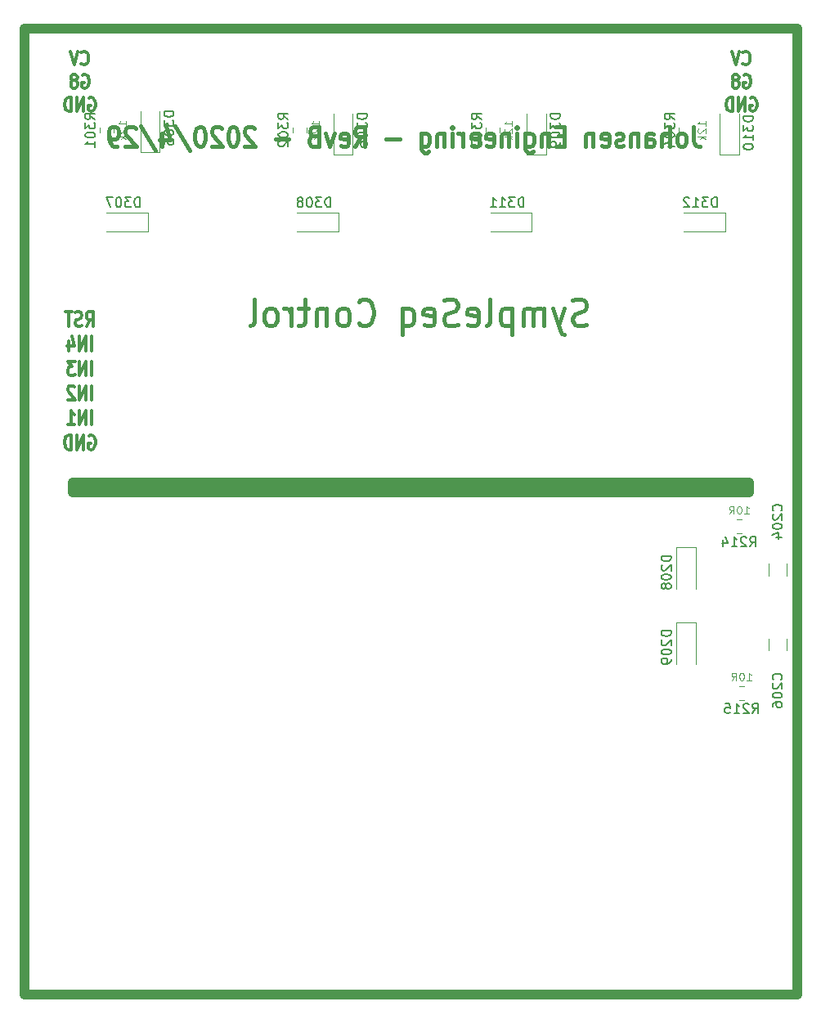
<source format=gbr>
%TF.GenerationSoftware,KiCad,Pcbnew,(5.1.5)-3*%
%TF.CreationDate,2020-04-29T23:45:49+02:00*%
%TF.ProjectId,KicadJE_SympleSeq,4b696361-644a-4455-9f53-796d706c6553,Rev A*%
%TF.SameCoordinates,Original*%
%TF.FileFunction,Legend,Bot*%
%TF.FilePolarity,Positive*%
%FSLAX46Y46*%
G04 Gerber Fmt 4.6, Leading zero omitted, Abs format (unit mm)*
G04 Created by KiCad (PCBNEW (5.1.5)-3) date 2020-04-29 23:45:49*
%MOMM*%
%LPD*%
G04 APERTURE LIST*
%ADD10C,0.450000*%
%ADD11C,0.300000*%
%ADD12C,1.000000*%
%ADD13C,0.120000*%
%ADD14C,0.150000*%
%ADD15C,0.100000*%
G04 APERTURE END LIST*
D10*
X158181309Y-80613095D02*
X157824166Y-80744047D01*
X157228928Y-80744047D01*
X156990833Y-80613095D01*
X156871785Y-80482142D01*
X156752738Y-80220238D01*
X156752738Y-79958333D01*
X156871785Y-79696428D01*
X156990833Y-79565476D01*
X157228928Y-79434523D01*
X157705119Y-79303571D01*
X157943214Y-79172619D01*
X158062261Y-79041666D01*
X158181309Y-78779761D01*
X158181309Y-78517857D01*
X158062261Y-78255952D01*
X157943214Y-78125000D01*
X157705119Y-77994047D01*
X157109880Y-77994047D01*
X156752738Y-78125000D01*
X155919404Y-78910714D02*
X155324166Y-80744047D01*
X154728928Y-78910714D02*
X155324166Y-80744047D01*
X155562261Y-81398809D01*
X155681309Y-81529761D01*
X155919404Y-81660714D01*
X153776547Y-80744047D02*
X153776547Y-78910714D01*
X153776547Y-79172619D02*
X153657500Y-79041666D01*
X153419404Y-78910714D01*
X153062261Y-78910714D01*
X152824166Y-79041666D01*
X152705119Y-79303571D01*
X152705119Y-80744047D01*
X152705119Y-79303571D02*
X152586071Y-79041666D01*
X152347976Y-78910714D01*
X151990833Y-78910714D01*
X151752738Y-79041666D01*
X151633690Y-79303571D01*
X151633690Y-80744047D01*
X150443214Y-78910714D02*
X150443214Y-81660714D01*
X150443214Y-79041666D02*
X150205119Y-78910714D01*
X149728928Y-78910714D01*
X149490833Y-79041666D01*
X149371785Y-79172619D01*
X149252738Y-79434523D01*
X149252738Y-80220238D01*
X149371785Y-80482142D01*
X149490833Y-80613095D01*
X149728928Y-80744047D01*
X150205119Y-80744047D01*
X150443214Y-80613095D01*
X147824166Y-80744047D02*
X148062261Y-80613095D01*
X148181309Y-80351190D01*
X148181309Y-77994047D01*
X145919404Y-80613095D02*
X146157500Y-80744047D01*
X146633690Y-80744047D01*
X146871785Y-80613095D01*
X146990833Y-80351190D01*
X146990833Y-79303571D01*
X146871785Y-79041666D01*
X146633690Y-78910714D01*
X146157500Y-78910714D01*
X145919404Y-79041666D01*
X145800357Y-79303571D01*
X145800357Y-79565476D01*
X146990833Y-79827380D01*
X144847976Y-80613095D02*
X144490833Y-80744047D01*
X143895595Y-80744047D01*
X143657500Y-80613095D01*
X143538452Y-80482142D01*
X143419404Y-80220238D01*
X143419404Y-79958333D01*
X143538452Y-79696428D01*
X143657500Y-79565476D01*
X143895595Y-79434523D01*
X144371785Y-79303571D01*
X144609880Y-79172619D01*
X144728928Y-79041666D01*
X144847976Y-78779761D01*
X144847976Y-78517857D01*
X144728928Y-78255952D01*
X144609880Y-78125000D01*
X144371785Y-77994047D01*
X143776547Y-77994047D01*
X143419404Y-78125000D01*
X141395595Y-80613095D02*
X141633690Y-80744047D01*
X142109880Y-80744047D01*
X142347976Y-80613095D01*
X142467023Y-80351190D01*
X142467023Y-79303571D01*
X142347976Y-79041666D01*
X142109880Y-78910714D01*
X141633690Y-78910714D01*
X141395595Y-79041666D01*
X141276547Y-79303571D01*
X141276547Y-79565476D01*
X142467023Y-79827380D01*
X139133690Y-78910714D02*
X139133690Y-81660714D01*
X139133690Y-80613095D02*
X139371785Y-80744047D01*
X139847976Y-80744047D01*
X140086071Y-80613095D01*
X140205119Y-80482142D01*
X140324166Y-80220238D01*
X140324166Y-79434523D01*
X140205119Y-79172619D01*
X140086071Y-79041666D01*
X139847976Y-78910714D01*
X139371785Y-78910714D01*
X139133690Y-79041666D01*
X134609880Y-80482142D02*
X134728928Y-80613095D01*
X135086071Y-80744047D01*
X135324166Y-80744047D01*
X135681309Y-80613095D01*
X135919404Y-80351190D01*
X136038452Y-80089285D01*
X136157500Y-79565476D01*
X136157500Y-79172619D01*
X136038452Y-78648809D01*
X135919404Y-78386904D01*
X135681309Y-78125000D01*
X135324166Y-77994047D01*
X135086071Y-77994047D01*
X134728928Y-78125000D01*
X134609880Y-78255952D01*
X133181309Y-80744047D02*
X133419404Y-80613095D01*
X133538452Y-80482142D01*
X133657500Y-80220238D01*
X133657500Y-79434523D01*
X133538452Y-79172619D01*
X133419404Y-79041666D01*
X133181309Y-78910714D01*
X132824166Y-78910714D01*
X132586071Y-79041666D01*
X132467023Y-79172619D01*
X132347976Y-79434523D01*
X132347976Y-80220238D01*
X132467023Y-80482142D01*
X132586071Y-80613095D01*
X132824166Y-80744047D01*
X133181309Y-80744047D01*
X131276547Y-78910714D02*
X131276547Y-80744047D01*
X131276547Y-79172619D02*
X131157500Y-79041666D01*
X130919404Y-78910714D01*
X130562261Y-78910714D01*
X130324166Y-79041666D01*
X130205119Y-79303571D01*
X130205119Y-80744047D01*
X129371785Y-78910714D02*
X128419404Y-78910714D01*
X129014642Y-77994047D02*
X129014642Y-80351190D01*
X128895595Y-80613095D01*
X128657500Y-80744047D01*
X128419404Y-80744047D01*
X127586071Y-80744047D02*
X127586071Y-78910714D01*
X127586071Y-79434523D02*
X127467023Y-79172619D01*
X127347976Y-79041666D01*
X127109880Y-78910714D01*
X126871785Y-78910714D01*
X125681309Y-80744047D02*
X125919404Y-80613095D01*
X126038452Y-80482142D01*
X126157500Y-80220238D01*
X126157500Y-79434523D01*
X126038452Y-79172619D01*
X125919404Y-79041666D01*
X125681309Y-78910714D01*
X125324166Y-78910714D01*
X125086071Y-79041666D01*
X124967023Y-79172619D01*
X124847976Y-79434523D01*
X124847976Y-80220238D01*
X124967023Y-80482142D01*
X125086071Y-80613095D01*
X125324166Y-80744047D01*
X125681309Y-80744047D01*
X123419404Y-80744047D02*
X123657500Y-80613095D01*
X123776547Y-80351190D01*
X123776547Y-77994047D01*
X169264642Y-60154761D02*
X169264642Y-61583333D01*
X169350357Y-61869047D01*
X169521785Y-62059523D01*
X169778928Y-62154761D01*
X169950357Y-62154761D01*
X168150357Y-62154761D02*
X168321785Y-62059523D01*
X168407500Y-61964285D01*
X168493214Y-61773809D01*
X168493214Y-61202380D01*
X168407500Y-61011904D01*
X168321785Y-60916666D01*
X168150357Y-60821428D01*
X167893214Y-60821428D01*
X167721785Y-60916666D01*
X167636071Y-61011904D01*
X167550357Y-61202380D01*
X167550357Y-61773809D01*
X167636071Y-61964285D01*
X167721785Y-62059523D01*
X167893214Y-62154761D01*
X168150357Y-62154761D01*
X166778928Y-62154761D02*
X166778928Y-60154761D01*
X166007500Y-62154761D02*
X166007500Y-61107142D01*
X166093214Y-60916666D01*
X166264642Y-60821428D01*
X166521785Y-60821428D01*
X166693214Y-60916666D01*
X166778928Y-61011904D01*
X164378928Y-62154761D02*
X164378928Y-61107142D01*
X164464642Y-60916666D01*
X164636071Y-60821428D01*
X164978928Y-60821428D01*
X165150357Y-60916666D01*
X164378928Y-62059523D02*
X164550357Y-62154761D01*
X164978928Y-62154761D01*
X165150357Y-62059523D01*
X165236071Y-61869047D01*
X165236071Y-61678571D01*
X165150357Y-61488095D01*
X164978928Y-61392857D01*
X164550357Y-61392857D01*
X164378928Y-61297619D01*
X163521785Y-60821428D02*
X163521785Y-62154761D01*
X163521785Y-61011904D02*
X163436071Y-60916666D01*
X163264642Y-60821428D01*
X163007500Y-60821428D01*
X162836071Y-60916666D01*
X162750357Y-61107142D01*
X162750357Y-62154761D01*
X161978928Y-62059523D02*
X161807500Y-62154761D01*
X161464642Y-62154761D01*
X161293214Y-62059523D01*
X161207500Y-61869047D01*
X161207500Y-61773809D01*
X161293214Y-61583333D01*
X161464642Y-61488095D01*
X161721785Y-61488095D01*
X161893214Y-61392857D01*
X161978928Y-61202380D01*
X161978928Y-61107142D01*
X161893214Y-60916666D01*
X161721785Y-60821428D01*
X161464642Y-60821428D01*
X161293214Y-60916666D01*
X159750357Y-62059523D02*
X159921785Y-62154761D01*
X160264642Y-62154761D01*
X160436071Y-62059523D01*
X160521785Y-61869047D01*
X160521785Y-61107142D01*
X160436071Y-60916666D01*
X160264642Y-60821428D01*
X159921785Y-60821428D01*
X159750357Y-60916666D01*
X159664642Y-61107142D01*
X159664642Y-61297619D01*
X160521785Y-61488095D01*
X158893214Y-60821428D02*
X158893214Y-62154761D01*
X158893214Y-61011904D02*
X158807500Y-60916666D01*
X158636071Y-60821428D01*
X158378928Y-60821428D01*
X158207500Y-60916666D01*
X158121785Y-61107142D01*
X158121785Y-62154761D01*
X155893214Y-61107142D02*
X155293214Y-61107142D01*
X155036071Y-62154761D02*
X155893214Y-62154761D01*
X155893214Y-60154761D01*
X155036071Y-60154761D01*
X154264642Y-60821428D02*
X154264642Y-62154761D01*
X154264642Y-61011904D02*
X154178928Y-60916666D01*
X154007500Y-60821428D01*
X153750357Y-60821428D01*
X153578928Y-60916666D01*
X153493214Y-61107142D01*
X153493214Y-62154761D01*
X151864642Y-60821428D02*
X151864642Y-62440476D01*
X151950357Y-62630952D01*
X152036071Y-62726190D01*
X152207500Y-62821428D01*
X152464642Y-62821428D01*
X152636071Y-62726190D01*
X151864642Y-62059523D02*
X152036071Y-62154761D01*
X152378928Y-62154761D01*
X152550357Y-62059523D01*
X152636071Y-61964285D01*
X152721785Y-61773809D01*
X152721785Y-61202380D01*
X152636071Y-61011904D01*
X152550357Y-60916666D01*
X152378928Y-60821428D01*
X152036071Y-60821428D01*
X151864642Y-60916666D01*
X151007500Y-62154761D02*
X151007500Y-60821428D01*
X151007500Y-60154761D02*
X151093214Y-60250000D01*
X151007500Y-60345238D01*
X150921785Y-60250000D01*
X151007500Y-60154761D01*
X151007500Y-60345238D01*
X150150357Y-60821428D02*
X150150357Y-62154761D01*
X150150357Y-61011904D02*
X150064642Y-60916666D01*
X149893214Y-60821428D01*
X149636071Y-60821428D01*
X149464642Y-60916666D01*
X149378928Y-61107142D01*
X149378928Y-62154761D01*
X147836071Y-62059523D02*
X148007500Y-62154761D01*
X148350357Y-62154761D01*
X148521785Y-62059523D01*
X148607500Y-61869047D01*
X148607500Y-61107142D01*
X148521785Y-60916666D01*
X148350357Y-60821428D01*
X148007500Y-60821428D01*
X147836071Y-60916666D01*
X147750357Y-61107142D01*
X147750357Y-61297619D01*
X148607500Y-61488095D01*
X146293214Y-62059523D02*
X146464642Y-62154761D01*
X146807500Y-62154761D01*
X146978928Y-62059523D01*
X147064642Y-61869047D01*
X147064642Y-61107142D01*
X146978928Y-60916666D01*
X146807500Y-60821428D01*
X146464642Y-60821428D01*
X146293214Y-60916666D01*
X146207500Y-61107142D01*
X146207500Y-61297619D01*
X147064642Y-61488095D01*
X145436071Y-62154761D02*
X145436071Y-60821428D01*
X145436071Y-61202380D02*
X145350357Y-61011904D01*
X145264642Y-60916666D01*
X145093214Y-60821428D01*
X144921785Y-60821428D01*
X144321785Y-62154761D02*
X144321785Y-60821428D01*
X144321785Y-60154761D02*
X144407500Y-60250000D01*
X144321785Y-60345238D01*
X144236071Y-60250000D01*
X144321785Y-60154761D01*
X144321785Y-60345238D01*
X143464642Y-60821428D02*
X143464642Y-62154761D01*
X143464642Y-61011904D02*
X143378928Y-60916666D01*
X143207500Y-60821428D01*
X142950357Y-60821428D01*
X142778928Y-60916666D01*
X142693214Y-61107142D01*
X142693214Y-62154761D01*
X141064642Y-60821428D02*
X141064642Y-62440476D01*
X141150357Y-62630952D01*
X141236071Y-62726190D01*
X141407500Y-62821428D01*
X141664642Y-62821428D01*
X141836071Y-62726190D01*
X141064642Y-62059523D02*
X141236071Y-62154761D01*
X141578928Y-62154761D01*
X141750357Y-62059523D01*
X141836071Y-61964285D01*
X141921785Y-61773809D01*
X141921785Y-61202380D01*
X141836071Y-61011904D01*
X141750357Y-60916666D01*
X141578928Y-60821428D01*
X141236071Y-60821428D01*
X141064642Y-60916666D01*
X138836071Y-61392857D02*
X137464642Y-61392857D01*
X134207500Y-62154761D02*
X134807500Y-61202380D01*
X135236071Y-62154761D02*
X135236071Y-60154761D01*
X134550357Y-60154761D01*
X134378928Y-60250000D01*
X134293214Y-60345238D01*
X134207500Y-60535714D01*
X134207500Y-60821428D01*
X134293214Y-61011904D01*
X134378928Y-61107142D01*
X134550357Y-61202380D01*
X135236071Y-61202380D01*
X132750357Y-62059523D02*
X132921785Y-62154761D01*
X133264642Y-62154761D01*
X133436071Y-62059523D01*
X133521785Y-61869047D01*
X133521785Y-61107142D01*
X133436071Y-60916666D01*
X133264642Y-60821428D01*
X132921785Y-60821428D01*
X132750357Y-60916666D01*
X132664642Y-61107142D01*
X132664642Y-61297619D01*
X133521785Y-61488095D01*
X132064642Y-60821428D02*
X131636071Y-62154761D01*
X131207500Y-60821428D01*
X129921785Y-61107142D02*
X129664642Y-61202380D01*
X129578928Y-61297619D01*
X129493214Y-61488095D01*
X129493214Y-61773809D01*
X129578928Y-61964285D01*
X129664642Y-62059523D01*
X129836071Y-62154761D01*
X130521785Y-62154761D01*
X130521785Y-60154761D01*
X129921785Y-60154761D01*
X129750357Y-60250000D01*
X129664642Y-60345238D01*
X129578928Y-60535714D01*
X129578928Y-60726190D01*
X129664642Y-60916666D01*
X129750357Y-61011904D01*
X129921785Y-61107142D01*
X130521785Y-61107142D01*
X127350357Y-61392857D02*
X125978928Y-61392857D01*
X123836071Y-60345238D02*
X123750357Y-60250000D01*
X123578928Y-60154761D01*
X123150357Y-60154761D01*
X122978928Y-60250000D01*
X122893214Y-60345238D01*
X122807500Y-60535714D01*
X122807500Y-60726190D01*
X122893214Y-61011904D01*
X123921785Y-62154761D01*
X122807500Y-62154761D01*
X121693214Y-60154761D02*
X121521785Y-60154761D01*
X121350357Y-60250000D01*
X121264642Y-60345238D01*
X121178928Y-60535714D01*
X121093214Y-60916666D01*
X121093214Y-61392857D01*
X121178928Y-61773809D01*
X121264642Y-61964285D01*
X121350357Y-62059523D01*
X121521785Y-62154761D01*
X121693214Y-62154761D01*
X121864642Y-62059523D01*
X121950357Y-61964285D01*
X122036071Y-61773809D01*
X122121785Y-61392857D01*
X122121785Y-60916666D01*
X122036071Y-60535714D01*
X121950357Y-60345238D01*
X121864642Y-60250000D01*
X121693214Y-60154761D01*
X120407500Y-60345238D02*
X120321785Y-60250000D01*
X120150357Y-60154761D01*
X119721785Y-60154761D01*
X119550357Y-60250000D01*
X119464642Y-60345238D01*
X119378928Y-60535714D01*
X119378928Y-60726190D01*
X119464642Y-61011904D01*
X120493214Y-62154761D01*
X119378928Y-62154761D01*
X118264642Y-60154761D02*
X118093214Y-60154761D01*
X117921785Y-60250000D01*
X117836071Y-60345238D01*
X117750357Y-60535714D01*
X117664642Y-60916666D01*
X117664642Y-61392857D01*
X117750357Y-61773809D01*
X117836071Y-61964285D01*
X117921785Y-62059523D01*
X118093214Y-62154761D01*
X118264642Y-62154761D01*
X118436071Y-62059523D01*
X118521785Y-61964285D01*
X118607500Y-61773809D01*
X118693214Y-61392857D01*
X118693214Y-60916666D01*
X118607500Y-60535714D01*
X118521785Y-60345238D01*
X118436071Y-60250000D01*
X118264642Y-60154761D01*
X115607500Y-60059523D02*
X117150357Y-62630952D01*
X114236071Y-60821428D02*
X114236071Y-62154761D01*
X114664642Y-60059523D02*
X115093214Y-61488095D01*
X113978928Y-61488095D01*
X112007500Y-60059523D02*
X113550357Y-62630952D01*
X111493214Y-60345238D02*
X111407500Y-60250000D01*
X111236071Y-60154761D01*
X110807500Y-60154761D01*
X110636071Y-60250000D01*
X110550357Y-60345238D01*
X110464642Y-60535714D01*
X110464642Y-60726190D01*
X110550357Y-61011904D01*
X111578928Y-62154761D01*
X110464642Y-62154761D01*
X109607500Y-62154761D02*
X109264642Y-62154761D01*
X109093214Y-62059523D01*
X109007500Y-61964285D01*
X108836071Y-61678571D01*
X108750357Y-61297619D01*
X108750357Y-60535714D01*
X108836071Y-60345238D01*
X108921785Y-60250000D01*
X109093214Y-60154761D01*
X109436071Y-60154761D01*
X109607500Y-60250000D01*
X109693214Y-60345238D01*
X109778928Y-60535714D01*
X109778928Y-61011904D01*
X109693214Y-61202380D01*
X109607500Y-61297619D01*
X109436071Y-61392857D01*
X109093214Y-61392857D01*
X108921785Y-61297619D01*
X108836071Y-61202380D01*
X108750357Y-61011904D01*
D11*
X174392857Y-53600000D02*
X174450000Y-53666666D01*
X174621428Y-53733333D01*
X174735714Y-53733333D01*
X174907142Y-53666666D01*
X175021428Y-53533333D01*
X175078571Y-53400000D01*
X175135714Y-53133333D01*
X175135714Y-52933333D01*
X175078571Y-52666666D01*
X175021428Y-52533333D01*
X174907142Y-52400000D01*
X174735714Y-52333333D01*
X174621428Y-52333333D01*
X174450000Y-52400000D01*
X174392857Y-52466666D01*
X174050000Y-52333333D02*
X173650000Y-53733333D01*
X173250000Y-52333333D01*
X174507142Y-54800000D02*
X174621428Y-54733333D01*
X174792857Y-54733333D01*
X174964285Y-54800000D01*
X175078571Y-54933333D01*
X175135714Y-55066666D01*
X175192857Y-55333333D01*
X175192857Y-55533333D01*
X175135714Y-55800000D01*
X175078571Y-55933333D01*
X174964285Y-56066666D01*
X174792857Y-56133333D01*
X174678571Y-56133333D01*
X174507142Y-56066666D01*
X174450000Y-56000000D01*
X174450000Y-55533333D01*
X174678571Y-55533333D01*
X173764285Y-55333333D02*
X173878571Y-55266666D01*
X173935714Y-55200000D01*
X173992857Y-55066666D01*
X173992857Y-55000000D01*
X173935714Y-54866666D01*
X173878571Y-54800000D01*
X173764285Y-54733333D01*
X173535714Y-54733333D01*
X173421428Y-54800000D01*
X173364285Y-54866666D01*
X173307142Y-55000000D01*
X173307142Y-55066666D01*
X173364285Y-55200000D01*
X173421428Y-55266666D01*
X173535714Y-55333333D01*
X173764285Y-55333333D01*
X173878571Y-55400000D01*
X173935714Y-55466666D01*
X173992857Y-55600000D01*
X173992857Y-55866666D01*
X173935714Y-56000000D01*
X173878571Y-56066666D01*
X173764285Y-56133333D01*
X173535714Y-56133333D01*
X173421428Y-56066666D01*
X173364285Y-56000000D01*
X173307142Y-55866666D01*
X173307142Y-55600000D01*
X173364285Y-55466666D01*
X173421428Y-55400000D01*
X173535714Y-55333333D01*
X175164285Y-57200000D02*
X175278571Y-57133333D01*
X175450000Y-57133333D01*
X175621428Y-57200000D01*
X175735714Y-57333333D01*
X175792857Y-57466666D01*
X175850000Y-57733333D01*
X175850000Y-57933333D01*
X175792857Y-58200000D01*
X175735714Y-58333333D01*
X175621428Y-58466666D01*
X175450000Y-58533333D01*
X175335714Y-58533333D01*
X175164285Y-58466666D01*
X175107142Y-58400000D01*
X175107142Y-57933333D01*
X175335714Y-57933333D01*
X174592857Y-58533333D02*
X174592857Y-57133333D01*
X173907142Y-58533333D01*
X173907142Y-57133333D01*
X173335714Y-58533333D02*
X173335714Y-57133333D01*
X173050000Y-57133333D01*
X172878571Y-57200000D01*
X172764285Y-57333333D01*
X172707142Y-57466666D01*
X172650000Y-57733333D01*
X172650000Y-57933333D01*
X172707142Y-58200000D01*
X172764285Y-58333333D01*
X172878571Y-58466666D01*
X173050000Y-58533333D01*
X173335714Y-58533333D01*
X105892857Y-53600000D02*
X105950000Y-53666666D01*
X106121428Y-53733333D01*
X106235714Y-53733333D01*
X106407142Y-53666666D01*
X106521428Y-53533333D01*
X106578571Y-53400000D01*
X106635714Y-53133333D01*
X106635714Y-52933333D01*
X106578571Y-52666666D01*
X106521428Y-52533333D01*
X106407142Y-52400000D01*
X106235714Y-52333333D01*
X106121428Y-52333333D01*
X105950000Y-52400000D01*
X105892857Y-52466666D01*
X105550000Y-52333333D02*
X105150000Y-53733333D01*
X104750000Y-52333333D01*
X106007142Y-54800000D02*
X106121428Y-54733333D01*
X106292857Y-54733333D01*
X106464285Y-54800000D01*
X106578571Y-54933333D01*
X106635714Y-55066666D01*
X106692857Y-55333333D01*
X106692857Y-55533333D01*
X106635714Y-55800000D01*
X106578571Y-55933333D01*
X106464285Y-56066666D01*
X106292857Y-56133333D01*
X106178571Y-56133333D01*
X106007142Y-56066666D01*
X105950000Y-56000000D01*
X105950000Y-55533333D01*
X106178571Y-55533333D01*
X105264285Y-55333333D02*
X105378571Y-55266666D01*
X105435714Y-55200000D01*
X105492857Y-55066666D01*
X105492857Y-55000000D01*
X105435714Y-54866666D01*
X105378571Y-54800000D01*
X105264285Y-54733333D01*
X105035714Y-54733333D01*
X104921428Y-54800000D01*
X104864285Y-54866666D01*
X104807142Y-55000000D01*
X104807142Y-55066666D01*
X104864285Y-55200000D01*
X104921428Y-55266666D01*
X105035714Y-55333333D01*
X105264285Y-55333333D01*
X105378571Y-55400000D01*
X105435714Y-55466666D01*
X105492857Y-55600000D01*
X105492857Y-55866666D01*
X105435714Y-56000000D01*
X105378571Y-56066666D01*
X105264285Y-56133333D01*
X105035714Y-56133333D01*
X104921428Y-56066666D01*
X104864285Y-56000000D01*
X104807142Y-55866666D01*
X104807142Y-55600000D01*
X104864285Y-55466666D01*
X104921428Y-55400000D01*
X105035714Y-55333333D01*
X106664285Y-57200000D02*
X106778571Y-57133333D01*
X106950000Y-57133333D01*
X107121428Y-57200000D01*
X107235714Y-57333333D01*
X107292857Y-57466666D01*
X107350000Y-57733333D01*
X107350000Y-57933333D01*
X107292857Y-58200000D01*
X107235714Y-58333333D01*
X107121428Y-58466666D01*
X106950000Y-58533333D01*
X106835714Y-58533333D01*
X106664285Y-58466666D01*
X106607142Y-58400000D01*
X106607142Y-57933333D01*
X106835714Y-57933333D01*
X106092857Y-58533333D02*
X106092857Y-57133333D01*
X105407142Y-58533333D01*
X105407142Y-57133333D01*
X104835714Y-58533333D02*
X104835714Y-57133333D01*
X104550000Y-57133333D01*
X104378571Y-57200000D01*
X104264285Y-57333333D01*
X104207142Y-57466666D01*
X104150000Y-57733333D01*
X104150000Y-57933333D01*
X104207142Y-58200000D01*
X104264285Y-58333333D01*
X104378571Y-58466666D01*
X104550000Y-58533333D01*
X104835714Y-58533333D01*
X106407142Y-80803571D02*
X106807142Y-80089285D01*
X107092857Y-80803571D02*
X107092857Y-79303571D01*
X106635714Y-79303571D01*
X106521428Y-79375000D01*
X106464285Y-79446428D01*
X106407142Y-79589285D01*
X106407142Y-79803571D01*
X106464285Y-79946428D01*
X106521428Y-80017857D01*
X106635714Y-80089285D01*
X107092857Y-80089285D01*
X105950000Y-80732142D02*
X105778571Y-80803571D01*
X105492857Y-80803571D01*
X105378571Y-80732142D01*
X105321428Y-80660714D01*
X105264285Y-80517857D01*
X105264285Y-80375000D01*
X105321428Y-80232142D01*
X105378571Y-80160714D01*
X105492857Y-80089285D01*
X105721428Y-80017857D01*
X105835714Y-79946428D01*
X105892857Y-79875000D01*
X105950000Y-79732142D01*
X105950000Y-79589285D01*
X105892857Y-79446428D01*
X105835714Y-79375000D01*
X105721428Y-79303571D01*
X105435714Y-79303571D01*
X105264285Y-79375000D01*
X104921428Y-79303571D02*
X104235714Y-79303571D01*
X104578571Y-80803571D02*
X104578571Y-79303571D01*
X106950000Y-83353571D02*
X106950000Y-81853571D01*
X106378571Y-83353571D02*
X106378571Y-81853571D01*
X105692857Y-83353571D01*
X105692857Y-81853571D01*
X104607142Y-82353571D02*
X104607142Y-83353571D01*
X104892857Y-81782142D02*
X105178571Y-82853571D01*
X104435714Y-82853571D01*
X106950000Y-85903571D02*
X106950000Y-84403571D01*
X106378571Y-85903571D02*
X106378571Y-84403571D01*
X105692857Y-85903571D01*
X105692857Y-84403571D01*
X105235714Y-84403571D02*
X104492857Y-84403571D01*
X104892857Y-84975000D01*
X104721428Y-84975000D01*
X104607142Y-85046428D01*
X104550000Y-85117857D01*
X104492857Y-85260714D01*
X104492857Y-85617857D01*
X104550000Y-85760714D01*
X104607142Y-85832142D01*
X104721428Y-85903571D01*
X105064285Y-85903571D01*
X105178571Y-85832142D01*
X105235714Y-85760714D01*
X106950000Y-88453571D02*
X106950000Y-86953571D01*
X106378571Y-88453571D02*
X106378571Y-86953571D01*
X105692857Y-88453571D01*
X105692857Y-86953571D01*
X105178571Y-87096428D02*
X105121428Y-87025000D01*
X105007142Y-86953571D01*
X104721428Y-86953571D01*
X104607142Y-87025000D01*
X104550000Y-87096428D01*
X104492857Y-87239285D01*
X104492857Y-87382142D01*
X104550000Y-87596428D01*
X105235714Y-88453571D01*
X104492857Y-88453571D01*
X106950000Y-91003571D02*
X106950000Y-89503571D01*
X106378571Y-91003571D02*
X106378571Y-89503571D01*
X105692857Y-91003571D01*
X105692857Y-89503571D01*
X104492857Y-91003571D02*
X105178571Y-91003571D01*
X104835714Y-91003571D02*
X104835714Y-89503571D01*
X104950000Y-89717857D01*
X105064285Y-89860714D01*
X105178571Y-89932142D01*
X106664285Y-92125000D02*
X106778571Y-92053571D01*
X106950000Y-92053571D01*
X107121428Y-92125000D01*
X107235714Y-92267857D01*
X107292857Y-92410714D01*
X107350000Y-92696428D01*
X107350000Y-92910714D01*
X107292857Y-93196428D01*
X107235714Y-93339285D01*
X107121428Y-93482142D01*
X106950000Y-93553571D01*
X106835714Y-93553571D01*
X106664285Y-93482142D01*
X106607142Y-93410714D01*
X106607142Y-92910714D01*
X106835714Y-92910714D01*
X106092857Y-93553571D02*
X106092857Y-92053571D01*
X105407142Y-93553571D01*
X105407142Y-92053571D01*
X104835714Y-93553571D02*
X104835714Y-92053571D01*
X104550000Y-92053571D01*
X104378571Y-92125000D01*
X104264285Y-92267857D01*
X104207142Y-92410714D01*
X104150000Y-92696428D01*
X104150000Y-92910714D01*
X104207142Y-93196428D01*
X104264285Y-93339285D01*
X104378571Y-93482142D01*
X104550000Y-93553571D01*
X104835714Y-93553571D01*
D12*
X105000000Y-96950000D02*
X105000000Y-97950000D01*
X175000000Y-96950000D02*
X175000000Y-97950000D01*
X105000000Y-96950000D02*
X175000000Y-96950000D01*
X175000000Y-97950000D02*
X105000000Y-97950000D01*
X180000000Y-50000000D02*
X100000000Y-50000000D01*
X180000000Y-150000000D02*
X180000000Y-50000000D01*
X100000000Y-150000000D02*
X180000000Y-150000000D01*
X100000000Y-50000000D02*
X100000000Y-150000000D01*
D13*
X177090000Y-105397936D02*
X177090000Y-106602064D01*
X178910000Y-105397936D02*
X178910000Y-106602064D01*
X177090000Y-113147936D02*
X177090000Y-114352064D01*
X178910000Y-113147936D02*
X178910000Y-114352064D01*
X114000000Y-58500000D02*
X114000000Y-62800000D01*
X114000000Y-62800000D02*
X112000000Y-62800000D01*
X112000000Y-62800000D02*
X112000000Y-58500000D01*
X132000000Y-63050000D02*
X132000000Y-58750000D01*
X134000000Y-63050000D02*
X132000000Y-63050000D01*
X134000000Y-58750000D02*
X134000000Y-63050000D01*
X108500000Y-69000000D02*
X112800000Y-69000000D01*
X112800000Y-69000000D02*
X112800000Y-71000000D01*
X112800000Y-71000000D02*
X108500000Y-71000000D01*
X132550000Y-71000000D02*
X128250000Y-71000000D01*
X132550000Y-69000000D02*
X132550000Y-71000000D01*
X128250000Y-69000000D02*
X132550000Y-69000000D01*
X152000000Y-63050000D02*
X152000000Y-58750000D01*
X154000000Y-63050000D02*
X152000000Y-63050000D01*
X154000000Y-58750000D02*
X154000000Y-63050000D01*
X174000000Y-58750000D02*
X174000000Y-63050000D01*
X174000000Y-63050000D02*
X172000000Y-63050000D01*
X172000000Y-63050000D02*
X172000000Y-58750000D01*
X152550000Y-71000000D02*
X148250000Y-71000000D01*
X152550000Y-69000000D02*
X152550000Y-71000000D01*
X148250000Y-69000000D02*
X152550000Y-69000000D01*
X168250000Y-69000000D02*
X172550000Y-69000000D01*
X172550000Y-69000000D02*
X172550000Y-71000000D01*
X172550000Y-71000000D02*
X168250000Y-71000000D01*
X167500000Y-108000000D02*
X167500000Y-103700000D01*
X167500000Y-103700000D02*
X169500000Y-103700000D01*
X169500000Y-103700000D02*
X169500000Y-108000000D01*
X169500000Y-111450000D02*
X169500000Y-115750000D01*
X167500000Y-111450000D02*
X169500000Y-111450000D01*
X167500000Y-115750000D02*
X167500000Y-111450000D01*
X173738748Y-100790000D02*
X174261252Y-100790000D01*
X173738748Y-102210000D02*
X174261252Y-102210000D01*
X173988748Y-119460000D02*
X174511252Y-119460000D01*
X173988748Y-118040000D02*
X174511252Y-118040000D01*
X109210000Y-60238748D02*
X109210000Y-60761252D01*
X107790000Y-60238748D02*
X107790000Y-60761252D01*
X129210000Y-60213748D02*
X129210000Y-60736252D01*
X127790000Y-60213748D02*
X127790000Y-60736252D01*
X147790000Y-60238748D02*
X147790000Y-60761252D01*
X149210000Y-60238748D02*
X149210000Y-60761252D01*
X169210000Y-60238748D02*
X169210000Y-60761252D01*
X167790000Y-60238748D02*
X167790000Y-60761252D01*
D14*
X178357142Y-99880952D02*
X178404761Y-99833333D01*
X178452380Y-99690476D01*
X178452380Y-99595238D01*
X178404761Y-99452380D01*
X178309523Y-99357142D01*
X178214285Y-99309523D01*
X178023809Y-99261904D01*
X177880952Y-99261904D01*
X177690476Y-99309523D01*
X177595238Y-99357142D01*
X177500000Y-99452380D01*
X177452380Y-99595238D01*
X177452380Y-99690476D01*
X177500000Y-99833333D01*
X177547619Y-99880952D01*
X177547619Y-100261904D02*
X177500000Y-100309523D01*
X177452380Y-100404761D01*
X177452380Y-100642857D01*
X177500000Y-100738095D01*
X177547619Y-100785714D01*
X177642857Y-100833333D01*
X177738095Y-100833333D01*
X177880952Y-100785714D01*
X178452380Y-100214285D01*
X178452380Y-100833333D01*
X177452380Y-101452380D02*
X177452380Y-101547619D01*
X177500000Y-101642857D01*
X177547619Y-101690476D01*
X177642857Y-101738095D01*
X177833333Y-101785714D01*
X178071428Y-101785714D01*
X178261904Y-101738095D01*
X178357142Y-101690476D01*
X178404761Y-101642857D01*
X178452380Y-101547619D01*
X178452380Y-101452380D01*
X178404761Y-101357142D01*
X178357142Y-101309523D01*
X178261904Y-101261904D01*
X178071428Y-101214285D01*
X177833333Y-101214285D01*
X177642857Y-101261904D01*
X177547619Y-101309523D01*
X177500000Y-101357142D01*
X177452380Y-101452380D01*
X177785714Y-102642857D02*
X178452380Y-102642857D01*
X177404761Y-102404761D02*
X178119047Y-102166666D01*
X178119047Y-102785714D01*
X178357142Y-117380952D02*
X178404761Y-117333333D01*
X178452380Y-117190476D01*
X178452380Y-117095238D01*
X178404761Y-116952380D01*
X178309523Y-116857142D01*
X178214285Y-116809523D01*
X178023809Y-116761904D01*
X177880952Y-116761904D01*
X177690476Y-116809523D01*
X177595238Y-116857142D01*
X177500000Y-116952380D01*
X177452380Y-117095238D01*
X177452380Y-117190476D01*
X177500000Y-117333333D01*
X177547619Y-117380952D01*
X177547619Y-117761904D02*
X177500000Y-117809523D01*
X177452380Y-117904761D01*
X177452380Y-118142857D01*
X177500000Y-118238095D01*
X177547619Y-118285714D01*
X177642857Y-118333333D01*
X177738095Y-118333333D01*
X177880952Y-118285714D01*
X178452380Y-117714285D01*
X178452380Y-118333333D01*
X177452380Y-118952380D02*
X177452380Y-119047619D01*
X177500000Y-119142857D01*
X177547619Y-119190476D01*
X177642857Y-119238095D01*
X177833333Y-119285714D01*
X178071428Y-119285714D01*
X178261904Y-119238095D01*
X178357142Y-119190476D01*
X178404761Y-119142857D01*
X178452380Y-119047619D01*
X178452380Y-118952380D01*
X178404761Y-118857142D01*
X178357142Y-118809523D01*
X178261904Y-118761904D01*
X178071428Y-118714285D01*
X177833333Y-118714285D01*
X177642857Y-118761904D01*
X177547619Y-118809523D01*
X177500000Y-118857142D01*
X177452380Y-118952380D01*
X177452380Y-120142857D02*
X177452380Y-119952380D01*
X177500000Y-119857142D01*
X177547619Y-119809523D01*
X177690476Y-119714285D01*
X177880952Y-119666666D01*
X178261904Y-119666666D01*
X178357142Y-119714285D01*
X178404761Y-119761904D01*
X178452380Y-119857142D01*
X178452380Y-120047619D01*
X178404761Y-120142857D01*
X178357142Y-120190476D01*
X178261904Y-120238095D01*
X178023809Y-120238095D01*
X177928571Y-120190476D01*
X177880952Y-120142857D01*
X177833333Y-120047619D01*
X177833333Y-119857142D01*
X177880952Y-119761904D01*
X177928571Y-119714285D01*
X178023809Y-119666666D01*
X115452380Y-58559523D02*
X114452380Y-58559523D01*
X114452380Y-58797619D01*
X114500000Y-58940476D01*
X114595238Y-59035714D01*
X114690476Y-59083333D01*
X114880952Y-59130952D01*
X115023809Y-59130952D01*
X115214285Y-59083333D01*
X115309523Y-59035714D01*
X115404761Y-58940476D01*
X115452380Y-58797619D01*
X115452380Y-58559523D01*
X114452380Y-59464285D02*
X114452380Y-60083333D01*
X114833333Y-59750000D01*
X114833333Y-59892857D01*
X114880952Y-59988095D01*
X114928571Y-60035714D01*
X115023809Y-60083333D01*
X115261904Y-60083333D01*
X115357142Y-60035714D01*
X115404761Y-59988095D01*
X115452380Y-59892857D01*
X115452380Y-59607142D01*
X115404761Y-59511904D01*
X115357142Y-59464285D01*
X114452380Y-60702380D02*
X114452380Y-60797619D01*
X114500000Y-60892857D01*
X114547619Y-60940476D01*
X114642857Y-60988095D01*
X114833333Y-61035714D01*
X115071428Y-61035714D01*
X115261904Y-60988095D01*
X115357142Y-60940476D01*
X115404761Y-60892857D01*
X115452380Y-60797619D01*
X115452380Y-60702380D01*
X115404761Y-60607142D01*
X115357142Y-60559523D01*
X115261904Y-60511904D01*
X115071428Y-60464285D01*
X114833333Y-60464285D01*
X114642857Y-60511904D01*
X114547619Y-60559523D01*
X114500000Y-60607142D01*
X114452380Y-60702380D01*
X114452380Y-61940476D02*
X114452380Y-61464285D01*
X114928571Y-61416666D01*
X114880952Y-61464285D01*
X114833333Y-61559523D01*
X114833333Y-61797619D01*
X114880952Y-61892857D01*
X114928571Y-61940476D01*
X115023809Y-61988095D01*
X115261904Y-61988095D01*
X115357142Y-61940476D01*
X115404761Y-61892857D01*
X115452380Y-61797619D01*
X115452380Y-61559523D01*
X115404761Y-61464285D01*
X115357142Y-61416666D01*
X135452380Y-58809523D02*
X134452380Y-58809523D01*
X134452380Y-59047619D01*
X134500000Y-59190476D01*
X134595238Y-59285714D01*
X134690476Y-59333333D01*
X134880952Y-59380952D01*
X135023809Y-59380952D01*
X135214285Y-59333333D01*
X135309523Y-59285714D01*
X135404761Y-59190476D01*
X135452380Y-59047619D01*
X135452380Y-58809523D01*
X134452380Y-59714285D02*
X134452380Y-60333333D01*
X134833333Y-60000000D01*
X134833333Y-60142857D01*
X134880952Y-60238095D01*
X134928571Y-60285714D01*
X135023809Y-60333333D01*
X135261904Y-60333333D01*
X135357142Y-60285714D01*
X135404761Y-60238095D01*
X135452380Y-60142857D01*
X135452380Y-59857142D01*
X135404761Y-59761904D01*
X135357142Y-59714285D01*
X134452380Y-60952380D02*
X134452380Y-61047619D01*
X134500000Y-61142857D01*
X134547619Y-61190476D01*
X134642857Y-61238095D01*
X134833333Y-61285714D01*
X135071428Y-61285714D01*
X135261904Y-61238095D01*
X135357142Y-61190476D01*
X135404761Y-61142857D01*
X135452380Y-61047619D01*
X135452380Y-60952380D01*
X135404761Y-60857142D01*
X135357142Y-60809523D01*
X135261904Y-60761904D01*
X135071428Y-60714285D01*
X134833333Y-60714285D01*
X134642857Y-60761904D01*
X134547619Y-60809523D01*
X134500000Y-60857142D01*
X134452380Y-60952380D01*
X134452380Y-62142857D02*
X134452380Y-61952380D01*
X134500000Y-61857142D01*
X134547619Y-61809523D01*
X134690476Y-61714285D01*
X134880952Y-61666666D01*
X135261904Y-61666666D01*
X135357142Y-61714285D01*
X135404761Y-61761904D01*
X135452380Y-61857142D01*
X135452380Y-62047619D01*
X135404761Y-62142857D01*
X135357142Y-62190476D01*
X135261904Y-62238095D01*
X135023809Y-62238095D01*
X134928571Y-62190476D01*
X134880952Y-62142857D01*
X134833333Y-62047619D01*
X134833333Y-61857142D01*
X134880952Y-61761904D01*
X134928571Y-61714285D01*
X135023809Y-61666666D01*
X111940476Y-68452380D02*
X111940476Y-67452380D01*
X111702380Y-67452380D01*
X111559523Y-67500000D01*
X111464285Y-67595238D01*
X111416666Y-67690476D01*
X111369047Y-67880952D01*
X111369047Y-68023809D01*
X111416666Y-68214285D01*
X111464285Y-68309523D01*
X111559523Y-68404761D01*
X111702380Y-68452380D01*
X111940476Y-68452380D01*
X111035714Y-67452380D02*
X110416666Y-67452380D01*
X110750000Y-67833333D01*
X110607142Y-67833333D01*
X110511904Y-67880952D01*
X110464285Y-67928571D01*
X110416666Y-68023809D01*
X110416666Y-68261904D01*
X110464285Y-68357142D01*
X110511904Y-68404761D01*
X110607142Y-68452380D01*
X110892857Y-68452380D01*
X110988095Y-68404761D01*
X111035714Y-68357142D01*
X109797619Y-67452380D02*
X109702380Y-67452380D01*
X109607142Y-67500000D01*
X109559523Y-67547619D01*
X109511904Y-67642857D01*
X109464285Y-67833333D01*
X109464285Y-68071428D01*
X109511904Y-68261904D01*
X109559523Y-68357142D01*
X109607142Y-68404761D01*
X109702380Y-68452380D01*
X109797619Y-68452380D01*
X109892857Y-68404761D01*
X109940476Y-68357142D01*
X109988095Y-68261904D01*
X110035714Y-68071428D01*
X110035714Y-67833333D01*
X109988095Y-67642857D01*
X109940476Y-67547619D01*
X109892857Y-67500000D01*
X109797619Y-67452380D01*
X109130952Y-67452380D02*
X108464285Y-67452380D01*
X108892857Y-68452380D01*
X131690476Y-68452380D02*
X131690476Y-67452380D01*
X131452380Y-67452380D01*
X131309523Y-67500000D01*
X131214285Y-67595238D01*
X131166666Y-67690476D01*
X131119047Y-67880952D01*
X131119047Y-68023809D01*
X131166666Y-68214285D01*
X131214285Y-68309523D01*
X131309523Y-68404761D01*
X131452380Y-68452380D01*
X131690476Y-68452380D01*
X130785714Y-67452380D02*
X130166666Y-67452380D01*
X130500000Y-67833333D01*
X130357142Y-67833333D01*
X130261904Y-67880952D01*
X130214285Y-67928571D01*
X130166666Y-68023809D01*
X130166666Y-68261904D01*
X130214285Y-68357142D01*
X130261904Y-68404761D01*
X130357142Y-68452380D01*
X130642857Y-68452380D01*
X130738095Y-68404761D01*
X130785714Y-68357142D01*
X129547619Y-67452380D02*
X129452380Y-67452380D01*
X129357142Y-67500000D01*
X129309523Y-67547619D01*
X129261904Y-67642857D01*
X129214285Y-67833333D01*
X129214285Y-68071428D01*
X129261904Y-68261904D01*
X129309523Y-68357142D01*
X129357142Y-68404761D01*
X129452380Y-68452380D01*
X129547619Y-68452380D01*
X129642857Y-68404761D01*
X129690476Y-68357142D01*
X129738095Y-68261904D01*
X129785714Y-68071428D01*
X129785714Y-67833333D01*
X129738095Y-67642857D01*
X129690476Y-67547619D01*
X129642857Y-67500000D01*
X129547619Y-67452380D01*
X128642857Y-67880952D02*
X128738095Y-67833333D01*
X128785714Y-67785714D01*
X128833333Y-67690476D01*
X128833333Y-67642857D01*
X128785714Y-67547619D01*
X128738095Y-67500000D01*
X128642857Y-67452380D01*
X128452380Y-67452380D01*
X128357142Y-67500000D01*
X128309523Y-67547619D01*
X128261904Y-67642857D01*
X128261904Y-67690476D01*
X128309523Y-67785714D01*
X128357142Y-67833333D01*
X128452380Y-67880952D01*
X128642857Y-67880952D01*
X128738095Y-67928571D01*
X128785714Y-67976190D01*
X128833333Y-68071428D01*
X128833333Y-68261904D01*
X128785714Y-68357142D01*
X128738095Y-68404761D01*
X128642857Y-68452380D01*
X128452380Y-68452380D01*
X128357142Y-68404761D01*
X128309523Y-68357142D01*
X128261904Y-68261904D01*
X128261904Y-68071428D01*
X128309523Y-67976190D01*
X128357142Y-67928571D01*
X128452380Y-67880952D01*
X155452380Y-58809523D02*
X154452380Y-58809523D01*
X154452380Y-59047619D01*
X154500000Y-59190476D01*
X154595238Y-59285714D01*
X154690476Y-59333333D01*
X154880952Y-59380952D01*
X155023809Y-59380952D01*
X155214285Y-59333333D01*
X155309523Y-59285714D01*
X155404761Y-59190476D01*
X155452380Y-59047619D01*
X155452380Y-58809523D01*
X154452380Y-59714285D02*
X154452380Y-60333333D01*
X154833333Y-60000000D01*
X154833333Y-60142857D01*
X154880952Y-60238095D01*
X154928571Y-60285714D01*
X155023809Y-60333333D01*
X155261904Y-60333333D01*
X155357142Y-60285714D01*
X155404761Y-60238095D01*
X155452380Y-60142857D01*
X155452380Y-59857142D01*
X155404761Y-59761904D01*
X155357142Y-59714285D01*
X154452380Y-60952380D02*
X154452380Y-61047619D01*
X154500000Y-61142857D01*
X154547619Y-61190476D01*
X154642857Y-61238095D01*
X154833333Y-61285714D01*
X155071428Y-61285714D01*
X155261904Y-61238095D01*
X155357142Y-61190476D01*
X155404761Y-61142857D01*
X155452380Y-61047619D01*
X155452380Y-60952380D01*
X155404761Y-60857142D01*
X155357142Y-60809523D01*
X155261904Y-60761904D01*
X155071428Y-60714285D01*
X154833333Y-60714285D01*
X154642857Y-60761904D01*
X154547619Y-60809523D01*
X154500000Y-60857142D01*
X154452380Y-60952380D01*
X155452380Y-61761904D02*
X155452380Y-61952380D01*
X155404761Y-62047619D01*
X155357142Y-62095238D01*
X155214285Y-62190476D01*
X155023809Y-62238095D01*
X154642857Y-62238095D01*
X154547619Y-62190476D01*
X154500000Y-62142857D01*
X154452380Y-62047619D01*
X154452380Y-61857142D01*
X154500000Y-61761904D01*
X154547619Y-61714285D01*
X154642857Y-61666666D01*
X154880952Y-61666666D01*
X154976190Y-61714285D01*
X155023809Y-61761904D01*
X155071428Y-61857142D01*
X155071428Y-62047619D01*
X155023809Y-62142857D01*
X154976190Y-62190476D01*
X154880952Y-62238095D01*
X175452380Y-59059523D02*
X174452380Y-59059523D01*
X174452380Y-59297619D01*
X174500000Y-59440476D01*
X174595238Y-59535714D01*
X174690476Y-59583333D01*
X174880952Y-59630952D01*
X175023809Y-59630952D01*
X175214285Y-59583333D01*
X175309523Y-59535714D01*
X175404761Y-59440476D01*
X175452380Y-59297619D01*
X175452380Y-59059523D01*
X174452380Y-59964285D02*
X174452380Y-60583333D01*
X174833333Y-60250000D01*
X174833333Y-60392857D01*
X174880952Y-60488095D01*
X174928571Y-60535714D01*
X175023809Y-60583333D01*
X175261904Y-60583333D01*
X175357142Y-60535714D01*
X175404761Y-60488095D01*
X175452380Y-60392857D01*
X175452380Y-60107142D01*
X175404761Y-60011904D01*
X175357142Y-59964285D01*
X175452380Y-61535714D02*
X175452380Y-60964285D01*
X175452380Y-61250000D02*
X174452380Y-61250000D01*
X174595238Y-61154761D01*
X174690476Y-61059523D01*
X174738095Y-60964285D01*
X174452380Y-62154761D02*
X174452380Y-62250000D01*
X174500000Y-62345238D01*
X174547619Y-62392857D01*
X174642857Y-62440476D01*
X174833333Y-62488095D01*
X175071428Y-62488095D01*
X175261904Y-62440476D01*
X175357142Y-62392857D01*
X175404761Y-62345238D01*
X175452380Y-62250000D01*
X175452380Y-62154761D01*
X175404761Y-62059523D01*
X175357142Y-62011904D01*
X175261904Y-61964285D01*
X175071428Y-61916666D01*
X174833333Y-61916666D01*
X174642857Y-61964285D01*
X174547619Y-62011904D01*
X174500000Y-62059523D01*
X174452380Y-62154761D01*
X151690476Y-68452380D02*
X151690476Y-67452380D01*
X151452380Y-67452380D01*
X151309523Y-67500000D01*
X151214285Y-67595238D01*
X151166666Y-67690476D01*
X151119047Y-67880952D01*
X151119047Y-68023809D01*
X151166666Y-68214285D01*
X151214285Y-68309523D01*
X151309523Y-68404761D01*
X151452380Y-68452380D01*
X151690476Y-68452380D01*
X150785714Y-67452380D02*
X150166666Y-67452380D01*
X150500000Y-67833333D01*
X150357142Y-67833333D01*
X150261904Y-67880952D01*
X150214285Y-67928571D01*
X150166666Y-68023809D01*
X150166666Y-68261904D01*
X150214285Y-68357142D01*
X150261904Y-68404761D01*
X150357142Y-68452380D01*
X150642857Y-68452380D01*
X150738095Y-68404761D01*
X150785714Y-68357142D01*
X149214285Y-68452380D02*
X149785714Y-68452380D01*
X149500000Y-68452380D02*
X149500000Y-67452380D01*
X149595238Y-67595238D01*
X149690476Y-67690476D01*
X149785714Y-67738095D01*
X148261904Y-68452380D02*
X148833333Y-68452380D01*
X148547619Y-68452380D02*
X148547619Y-67452380D01*
X148642857Y-67595238D01*
X148738095Y-67690476D01*
X148833333Y-67738095D01*
X171690476Y-68452380D02*
X171690476Y-67452380D01*
X171452380Y-67452380D01*
X171309523Y-67500000D01*
X171214285Y-67595238D01*
X171166666Y-67690476D01*
X171119047Y-67880952D01*
X171119047Y-68023809D01*
X171166666Y-68214285D01*
X171214285Y-68309523D01*
X171309523Y-68404761D01*
X171452380Y-68452380D01*
X171690476Y-68452380D01*
X170785714Y-67452380D02*
X170166666Y-67452380D01*
X170500000Y-67833333D01*
X170357142Y-67833333D01*
X170261904Y-67880952D01*
X170214285Y-67928571D01*
X170166666Y-68023809D01*
X170166666Y-68261904D01*
X170214285Y-68357142D01*
X170261904Y-68404761D01*
X170357142Y-68452380D01*
X170642857Y-68452380D01*
X170738095Y-68404761D01*
X170785714Y-68357142D01*
X169214285Y-68452380D02*
X169785714Y-68452380D01*
X169500000Y-68452380D02*
X169500000Y-67452380D01*
X169595238Y-67595238D01*
X169690476Y-67690476D01*
X169785714Y-67738095D01*
X168833333Y-67547619D02*
X168785714Y-67500000D01*
X168690476Y-67452380D01*
X168452380Y-67452380D01*
X168357142Y-67500000D01*
X168309523Y-67547619D01*
X168261904Y-67642857D01*
X168261904Y-67738095D01*
X168309523Y-67880952D01*
X168880952Y-68452380D01*
X168261904Y-68452380D01*
X166952380Y-104559523D02*
X165952380Y-104559523D01*
X165952380Y-104797619D01*
X166000000Y-104940476D01*
X166095238Y-105035714D01*
X166190476Y-105083333D01*
X166380952Y-105130952D01*
X166523809Y-105130952D01*
X166714285Y-105083333D01*
X166809523Y-105035714D01*
X166904761Y-104940476D01*
X166952380Y-104797619D01*
X166952380Y-104559523D01*
X166047619Y-105511904D02*
X166000000Y-105559523D01*
X165952380Y-105654761D01*
X165952380Y-105892857D01*
X166000000Y-105988095D01*
X166047619Y-106035714D01*
X166142857Y-106083333D01*
X166238095Y-106083333D01*
X166380952Y-106035714D01*
X166952380Y-105464285D01*
X166952380Y-106083333D01*
X165952380Y-106702380D02*
X165952380Y-106797619D01*
X166000000Y-106892857D01*
X166047619Y-106940476D01*
X166142857Y-106988095D01*
X166333333Y-107035714D01*
X166571428Y-107035714D01*
X166761904Y-106988095D01*
X166857142Y-106940476D01*
X166904761Y-106892857D01*
X166952380Y-106797619D01*
X166952380Y-106702380D01*
X166904761Y-106607142D01*
X166857142Y-106559523D01*
X166761904Y-106511904D01*
X166571428Y-106464285D01*
X166333333Y-106464285D01*
X166142857Y-106511904D01*
X166047619Y-106559523D01*
X166000000Y-106607142D01*
X165952380Y-106702380D01*
X166380952Y-107607142D02*
X166333333Y-107511904D01*
X166285714Y-107464285D01*
X166190476Y-107416666D01*
X166142857Y-107416666D01*
X166047619Y-107464285D01*
X166000000Y-107511904D01*
X165952380Y-107607142D01*
X165952380Y-107797619D01*
X166000000Y-107892857D01*
X166047619Y-107940476D01*
X166142857Y-107988095D01*
X166190476Y-107988095D01*
X166285714Y-107940476D01*
X166333333Y-107892857D01*
X166380952Y-107797619D01*
X166380952Y-107607142D01*
X166428571Y-107511904D01*
X166476190Y-107464285D01*
X166571428Y-107416666D01*
X166761904Y-107416666D01*
X166857142Y-107464285D01*
X166904761Y-107511904D01*
X166952380Y-107607142D01*
X166952380Y-107797619D01*
X166904761Y-107892857D01*
X166857142Y-107940476D01*
X166761904Y-107988095D01*
X166571428Y-107988095D01*
X166476190Y-107940476D01*
X166428571Y-107892857D01*
X166380952Y-107797619D01*
X166952380Y-112309523D02*
X165952380Y-112309523D01*
X165952380Y-112547619D01*
X166000000Y-112690476D01*
X166095238Y-112785714D01*
X166190476Y-112833333D01*
X166380952Y-112880952D01*
X166523809Y-112880952D01*
X166714285Y-112833333D01*
X166809523Y-112785714D01*
X166904761Y-112690476D01*
X166952380Y-112547619D01*
X166952380Y-112309523D01*
X166047619Y-113261904D02*
X166000000Y-113309523D01*
X165952380Y-113404761D01*
X165952380Y-113642857D01*
X166000000Y-113738095D01*
X166047619Y-113785714D01*
X166142857Y-113833333D01*
X166238095Y-113833333D01*
X166380952Y-113785714D01*
X166952380Y-113214285D01*
X166952380Y-113833333D01*
X165952380Y-114452380D02*
X165952380Y-114547619D01*
X166000000Y-114642857D01*
X166047619Y-114690476D01*
X166142857Y-114738095D01*
X166333333Y-114785714D01*
X166571428Y-114785714D01*
X166761904Y-114738095D01*
X166857142Y-114690476D01*
X166904761Y-114642857D01*
X166952380Y-114547619D01*
X166952380Y-114452380D01*
X166904761Y-114357142D01*
X166857142Y-114309523D01*
X166761904Y-114261904D01*
X166571428Y-114214285D01*
X166333333Y-114214285D01*
X166142857Y-114261904D01*
X166047619Y-114309523D01*
X166000000Y-114357142D01*
X165952380Y-114452380D01*
X166952380Y-115261904D02*
X166952380Y-115452380D01*
X166904761Y-115547619D01*
X166857142Y-115595238D01*
X166714285Y-115690476D01*
X166523809Y-115738095D01*
X166142857Y-115738095D01*
X166047619Y-115690476D01*
X166000000Y-115642857D01*
X165952380Y-115547619D01*
X165952380Y-115357142D01*
X166000000Y-115261904D01*
X166047619Y-115214285D01*
X166142857Y-115166666D01*
X166380952Y-115166666D01*
X166476190Y-115214285D01*
X166523809Y-115261904D01*
X166571428Y-115357142D01*
X166571428Y-115547619D01*
X166523809Y-115642857D01*
X166476190Y-115690476D01*
X166380952Y-115738095D01*
X175119047Y-103602380D02*
X175452380Y-103126190D01*
X175690476Y-103602380D02*
X175690476Y-102602380D01*
X175309523Y-102602380D01*
X175214285Y-102650000D01*
X175166666Y-102697619D01*
X175119047Y-102792857D01*
X175119047Y-102935714D01*
X175166666Y-103030952D01*
X175214285Y-103078571D01*
X175309523Y-103126190D01*
X175690476Y-103126190D01*
X174738095Y-102697619D02*
X174690476Y-102650000D01*
X174595238Y-102602380D01*
X174357142Y-102602380D01*
X174261904Y-102650000D01*
X174214285Y-102697619D01*
X174166666Y-102792857D01*
X174166666Y-102888095D01*
X174214285Y-103030952D01*
X174785714Y-103602380D01*
X174166666Y-103602380D01*
X173214285Y-103602380D02*
X173785714Y-103602380D01*
X173500000Y-103602380D02*
X173500000Y-102602380D01*
X173595238Y-102745238D01*
X173690476Y-102840476D01*
X173785714Y-102888095D01*
X172357142Y-102935714D02*
X172357142Y-103602380D01*
X172595238Y-102554761D02*
X172833333Y-103269047D01*
X172214285Y-103269047D01*
D15*
X174552380Y-100211904D02*
X175009523Y-100211904D01*
X174780952Y-100211904D02*
X174780952Y-99411904D01*
X174857142Y-99526190D01*
X174933333Y-99602380D01*
X175009523Y-99640476D01*
X174057142Y-99411904D02*
X173980952Y-99411904D01*
X173904761Y-99450000D01*
X173866666Y-99488095D01*
X173828571Y-99564285D01*
X173790476Y-99716666D01*
X173790476Y-99907142D01*
X173828571Y-100059523D01*
X173866666Y-100135714D01*
X173904761Y-100173809D01*
X173980952Y-100211904D01*
X174057142Y-100211904D01*
X174133333Y-100173809D01*
X174171428Y-100135714D01*
X174209523Y-100059523D01*
X174247619Y-99907142D01*
X174247619Y-99716666D01*
X174209523Y-99564285D01*
X174171428Y-99488095D01*
X174133333Y-99450000D01*
X174057142Y-99411904D01*
X172990476Y-100211904D02*
X173257142Y-99830952D01*
X173447619Y-100211904D02*
X173447619Y-99411904D01*
X173142857Y-99411904D01*
X173066666Y-99450000D01*
X173028571Y-99488095D01*
X172990476Y-99564285D01*
X172990476Y-99678571D01*
X173028571Y-99754761D01*
X173066666Y-99792857D01*
X173142857Y-99830952D01*
X173447619Y-99830952D01*
D14*
X175369047Y-120852380D02*
X175702380Y-120376190D01*
X175940476Y-120852380D02*
X175940476Y-119852380D01*
X175559523Y-119852380D01*
X175464285Y-119900000D01*
X175416666Y-119947619D01*
X175369047Y-120042857D01*
X175369047Y-120185714D01*
X175416666Y-120280952D01*
X175464285Y-120328571D01*
X175559523Y-120376190D01*
X175940476Y-120376190D01*
X174988095Y-119947619D02*
X174940476Y-119900000D01*
X174845238Y-119852380D01*
X174607142Y-119852380D01*
X174511904Y-119900000D01*
X174464285Y-119947619D01*
X174416666Y-120042857D01*
X174416666Y-120138095D01*
X174464285Y-120280952D01*
X175035714Y-120852380D01*
X174416666Y-120852380D01*
X173464285Y-120852380D02*
X174035714Y-120852380D01*
X173750000Y-120852380D02*
X173750000Y-119852380D01*
X173845238Y-119995238D01*
X173940476Y-120090476D01*
X174035714Y-120138095D01*
X172559523Y-119852380D02*
X173035714Y-119852380D01*
X173083333Y-120328571D01*
X173035714Y-120280952D01*
X172940476Y-120233333D01*
X172702380Y-120233333D01*
X172607142Y-120280952D01*
X172559523Y-120328571D01*
X172511904Y-120423809D01*
X172511904Y-120661904D01*
X172559523Y-120757142D01*
X172607142Y-120804761D01*
X172702380Y-120852380D01*
X172940476Y-120852380D01*
X173035714Y-120804761D01*
X173083333Y-120757142D01*
D15*
X174802380Y-117461904D02*
X175259523Y-117461904D01*
X175030952Y-117461904D02*
X175030952Y-116661904D01*
X175107142Y-116776190D01*
X175183333Y-116852380D01*
X175259523Y-116890476D01*
X174307142Y-116661904D02*
X174230952Y-116661904D01*
X174154761Y-116700000D01*
X174116666Y-116738095D01*
X174078571Y-116814285D01*
X174040476Y-116966666D01*
X174040476Y-117157142D01*
X174078571Y-117309523D01*
X174116666Y-117385714D01*
X174154761Y-117423809D01*
X174230952Y-117461904D01*
X174307142Y-117461904D01*
X174383333Y-117423809D01*
X174421428Y-117385714D01*
X174459523Y-117309523D01*
X174497619Y-117157142D01*
X174497619Y-116966666D01*
X174459523Y-116814285D01*
X174421428Y-116738095D01*
X174383333Y-116700000D01*
X174307142Y-116661904D01*
X173240476Y-117461904D02*
X173507142Y-117080952D01*
X173697619Y-117461904D02*
X173697619Y-116661904D01*
X173392857Y-116661904D01*
X173316666Y-116700000D01*
X173278571Y-116738095D01*
X173240476Y-116814285D01*
X173240476Y-116928571D01*
X173278571Y-117004761D01*
X173316666Y-117042857D01*
X173392857Y-117080952D01*
X173697619Y-117080952D01*
D14*
X107302380Y-59380952D02*
X106826190Y-59047619D01*
X107302380Y-58809523D02*
X106302380Y-58809523D01*
X106302380Y-59190476D01*
X106350000Y-59285714D01*
X106397619Y-59333333D01*
X106492857Y-59380952D01*
X106635714Y-59380952D01*
X106730952Y-59333333D01*
X106778571Y-59285714D01*
X106826190Y-59190476D01*
X106826190Y-58809523D01*
X106302380Y-59714285D02*
X106302380Y-60333333D01*
X106683333Y-60000000D01*
X106683333Y-60142857D01*
X106730952Y-60238095D01*
X106778571Y-60285714D01*
X106873809Y-60333333D01*
X107111904Y-60333333D01*
X107207142Y-60285714D01*
X107254761Y-60238095D01*
X107302380Y-60142857D01*
X107302380Y-59857142D01*
X107254761Y-59761904D01*
X107207142Y-59714285D01*
X106302380Y-60952380D02*
X106302380Y-61047619D01*
X106350000Y-61142857D01*
X106397619Y-61190476D01*
X106492857Y-61238095D01*
X106683333Y-61285714D01*
X106921428Y-61285714D01*
X107111904Y-61238095D01*
X107207142Y-61190476D01*
X107254761Y-61142857D01*
X107302380Y-61047619D01*
X107302380Y-60952380D01*
X107254761Y-60857142D01*
X107207142Y-60809523D01*
X107111904Y-60761904D01*
X106921428Y-60714285D01*
X106683333Y-60714285D01*
X106492857Y-60761904D01*
X106397619Y-60809523D01*
X106350000Y-60857142D01*
X106302380Y-60952380D01*
X107302380Y-62238095D02*
X107302380Y-61666666D01*
X107302380Y-61952380D02*
X106302380Y-61952380D01*
X106445238Y-61857142D01*
X106540476Y-61761904D01*
X106588095Y-61666666D01*
D15*
X110511904Y-60023809D02*
X110511904Y-59566666D01*
X110511904Y-59795238D02*
X109711904Y-59795238D01*
X109826190Y-59719047D01*
X109902380Y-59642857D01*
X109940476Y-59566666D01*
X109788095Y-60328571D02*
X109750000Y-60366666D01*
X109711904Y-60442857D01*
X109711904Y-60633333D01*
X109750000Y-60709523D01*
X109788095Y-60747619D01*
X109864285Y-60785714D01*
X109940476Y-60785714D01*
X110054761Y-60747619D01*
X110511904Y-60290476D01*
X110511904Y-60785714D01*
X110511904Y-61128571D02*
X109711904Y-61128571D01*
X110207142Y-61204761D02*
X110511904Y-61433333D01*
X109978571Y-61433333D02*
X110283333Y-61128571D01*
D14*
X127302380Y-59355952D02*
X126826190Y-59022619D01*
X127302380Y-58784523D02*
X126302380Y-58784523D01*
X126302380Y-59165476D01*
X126350000Y-59260714D01*
X126397619Y-59308333D01*
X126492857Y-59355952D01*
X126635714Y-59355952D01*
X126730952Y-59308333D01*
X126778571Y-59260714D01*
X126826190Y-59165476D01*
X126826190Y-58784523D01*
X126302380Y-59689285D02*
X126302380Y-60308333D01*
X126683333Y-59975000D01*
X126683333Y-60117857D01*
X126730952Y-60213095D01*
X126778571Y-60260714D01*
X126873809Y-60308333D01*
X127111904Y-60308333D01*
X127207142Y-60260714D01*
X127254761Y-60213095D01*
X127302380Y-60117857D01*
X127302380Y-59832142D01*
X127254761Y-59736904D01*
X127207142Y-59689285D01*
X126302380Y-60927380D02*
X126302380Y-61022619D01*
X126350000Y-61117857D01*
X126397619Y-61165476D01*
X126492857Y-61213095D01*
X126683333Y-61260714D01*
X126921428Y-61260714D01*
X127111904Y-61213095D01*
X127207142Y-61165476D01*
X127254761Y-61117857D01*
X127302380Y-61022619D01*
X127302380Y-60927380D01*
X127254761Y-60832142D01*
X127207142Y-60784523D01*
X127111904Y-60736904D01*
X126921428Y-60689285D01*
X126683333Y-60689285D01*
X126492857Y-60736904D01*
X126397619Y-60784523D01*
X126350000Y-60832142D01*
X126302380Y-60927380D01*
X126397619Y-61641666D02*
X126350000Y-61689285D01*
X126302380Y-61784523D01*
X126302380Y-62022619D01*
X126350000Y-62117857D01*
X126397619Y-62165476D01*
X126492857Y-62213095D01*
X126588095Y-62213095D01*
X126730952Y-62165476D01*
X127302380Y-61594047D01*
X127302380Y-62213095D01*
D15*
X130511904Y-59998809D02*
X130511904Y-59541666D01*
X130511904Y-59770238D02*
X129711904Y-59770238D01*
X129826190Y-59694047D01*
X129902380Y-59617857D01*
X129940476Y-59541666D01*
X129788095Y-60303571D02*
X129750000Y-60341666D01*
X129711904Y-60417857D01*
X129711904Y-60608333D01*
X129750000Y-60684523D01*
X129788095Y-60722619D01*
X129864285Y-60760714D01*
X129940476Y-60760714D01*
X130054761Y-60722619D01*
X130511904Y-60265476D01*
X130511904Y-60760714D01*
X130511904Y-61103571D02*
X129711904Y-61103571D01*
X130207142Y-61179761D02*
X130511904Y-61408333D01*
X129978571Y-61408333D02*
X130283333Y-61103571D01*
D14*
X147302380Y-59380952D02*
X146826190Y-59047619D01*
X147302380Y-58809523D02*
X146302380Y-58809523D01*
X146302380Y-59190476D01*
X146350000Y-59285714D01*
X146397619Y-59333333D01*
X146492857Y-59380952D01*
X146635714Y-59380952D01*
X146730952Y-59333333D01*
X146778571Y-59285714D01*
X146826190Y-59190476D01*
X146826190Y-58809523D01*
X146302380Y-59714285D02*
X146302380Y-60333333D01*
X146683333Y-60000000D01*
X146683333Y-60142857D01*
X146730952Y-60238095D01*
X146778571Y-60285714D01*
X146873809Y-60333333D01*
X147111904Y-60333333D01*
X147207142Y-60285714D01*
X147254761Y-60238095D01*
X147302380Y-60142857D01*
X147302380Y-59857142D01*
X147254761Y-59761904D01*
X147207142Y-59714285D01*
X146302380Y-60952380D02*
X146302380Y-61047619D01*
X146350000Y-61142857D01*
X146397619Y-61190476D01*
X146492857Y-61238095D01*
X146683333Y-61285714D01*
X146921428Y-61285714D01*
X147111904Y-61238095D01*
X147207142Y-61190476D01*
X147254761Y-61142857D01*
X147302380Y-61047619D01*
X147302380Y-60952380D01*
X147254761Y-60857142D01*
X147207142Y-60809523D01*
X147111904Y-60761904D01*
X146921428Y-60714285D01*
X146683333Y-60714285D01*
X146492857Y-60761904D01*
X146397619Y-60809523D01*
X146350000Y-60857142D01*
X146302380Y-60952380D01*
X146302380Y-61619047D02*
X146302380Y-62238095D01*
X146683333Y-61904761D01*
X146683333Y-62047619D01*
X146730952Y-62142857D01*
X146778571Y-62190476D01*
X146873809Y-62238095D01*
X147111904Y-62238095D01*
X147207142Y-62190476D01*
X147254761Y-62142857D01*
X147302380Y-62047619D01*
X147302380Y-61761904D01*
X147254761Y-61666666D01*
X147207142Y-61619047D01*
D15*
X150511904Y-60023809D02*
X150511904Y-59566666D01*
X150511904Y-59795238D02*
X149711904Y-59795238D01*
X149826190Y-59719047D01*
X149902380Y-59642857D01*
X149940476Y-59566666D01*
X149788095Y-60328571D02*
X149750000Y-60366666D01*
X149711904Y-60442857D01*
X149711904Y-60633333D01*
X149750000Y-60709523D01*
X149788095Y-60747619D01*
X149864285Y-60785714D01*
X149940476Y-60785714D01*
X150054761Y-60747619D01*
X150511904Y-60290476D01*
X150511904Y-60785714D01*
X150511904Y-61128571D02*
X149711904Y-61128571D01*
X150207142Y-61204761D02*
X150511904Y-61433333D01*
X149978571Y-61433333D02*
X150283333Y-61128571D01*
D14*
X167302380Y-59380952D02*
X166826190Y-59047619D01*
X167302380Y-58809523D02*
X166302380Y-58809523D01*
X166302380Y-59190476D01*
X166350000Y-59285714D01*
X166397619Y-59333333D01*
X166492857Y-59380952D01*
X166635714Y-59380952D01*
X166730952Y-59333333D01*
X166778571Y-59285714D01*
X166826190Y-59190476D01*
X166826190Y-58809523D01*
X166302380Y-59714285D02*
X166302380Y-60333333D01*
X166683333Y-60000000D01*
X166683333Y-60142857D01*
X166730952Y-60238095D01*
X166778571Y-60285714D01*
X166873809Y-60333333D01*
X167111904Y-60333333D01*
X167207142Y-60285714D01*
X167254761Y-60238095D01*
X167302380Y-60142857D01*
X167302380Y-59857142D01*
X167254761Y-59761904D01*
X167207142Y-59714285D01*
X166302380Y-60952380D02*
X166302380Y-61047619D01*
X166350000Y-61142857D01*
X166397619Y-61190476D01*
X166492857Y-61238095D01*
X166683333Y-61285714D01*
X166921428Y-61285714D01*
X167111904Y-61238095D01*
X167207142Y-61190476D01*
X167254761Y-61142857D01*
X167302380Y-61047619D01*
X167302380Y-60952380D01*
X167254761Y-60857142D01*
X167207142Y-60809523D01*
X167111904Y-60761904D01*
X166921428Y-60714285D01*
X166683333Y-60714285D01*
X166492857Y-60761904D01*
X166397619Y-60809523D01*
X166350000Y-60857142D01*
X166302380Y-60952380D01*
X166635714Y-62142857D02*
X167302380Y-62142857D01*
X166254761Y-61904761D02*
X166969047Y-61666666D01*
X166969047Y-62285714D01*
D15*
X170511904Y-60023809D02*
X170511904Y-59566666D01*
X170511904Y-59795238D02*
X169711904Y-59795238D01*
X169826190Y-59719047D01*
X169902380Y-59642857D01*
X169940476Y-59566666D01*
X169788095Y-60328571D02*
X169750000Y-60366666D01*
X169711904Y-60442857D01*
X169711904Y-60633333D01*
X169750000Y-60709523D01*
X169788095Y-60747619D01*
X169864285Y-60785714D01*
X169940476Y-60785714D01*
X170054761Y-60747619D01*
X170511904Y-60290476D01*
X170511904Y-60785714D01*
X170511904Y-61128571D02*
X169711904Y-61128571D01*
X170207142Y-61204761D02*
X170511904Y-61433333D01*
X169978571Y-61433333D02*
X170283333Y-61128571D01*
M02*

</source>
